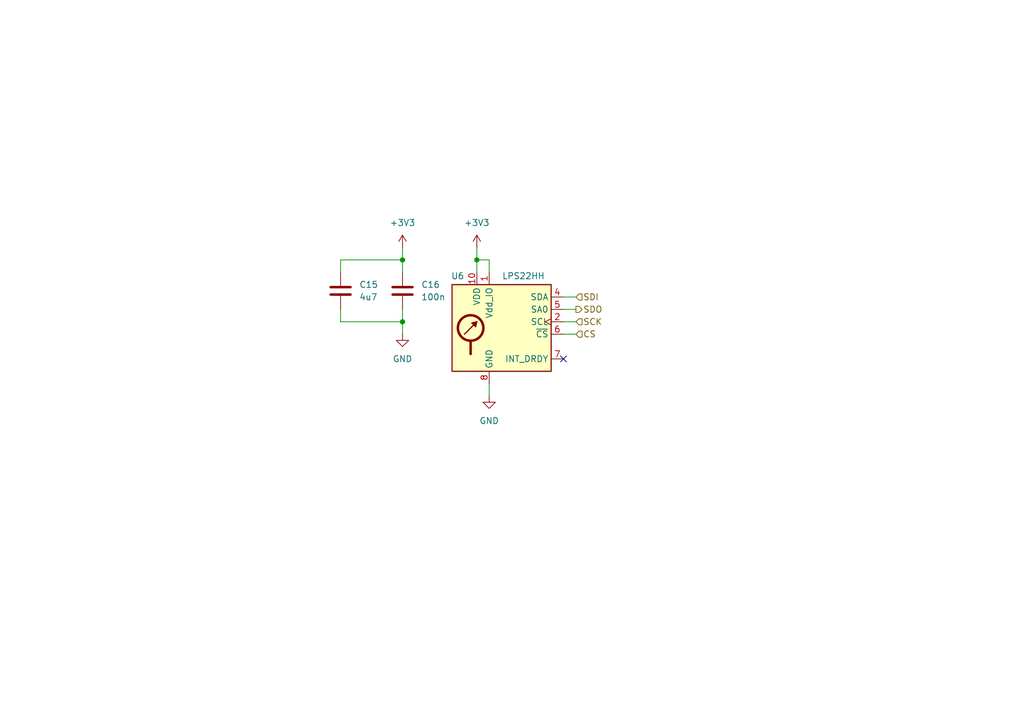
<source format=kicad_sch>
(kicad_sch (version 20231120) (generator "eeschema") (generator_version "8.0")
  (paper "A5")
  (lib_symbols
    (symbol "Device:C" (pin_numbers hide) (pin_names (offset 0.254))
      (property "Reference" "C" (at 0.635 2.54 0))
      (property "Value" "C" (at 0.635 -2.54 0))
      (symbol "C_0_1"
        (polyline (pts (xy -2.032 -0.762) (xy 2.032 -0.762)) (stroke (width 0.508)))
        (polyline (pts (xy -2.032 0.762) (xy 2.032 0.762)) (stroke (width 0.508)))
      )
      (symbol "C_1_1"
        (pin passive line (at 0 3.81 270) (length 2.794) (name "~") (number "1"))
        (pin passive line (at 0 -3.81 90) (length 2.794) (name "~") (number "2"))
      )
    )
    (symbol "Sensor_Pressure:LPS22HH"
      (property "Reference" "U" (at -11.43 1.27 0))
      (property "Value" "LPS22HH" (at -11.43 -1.27 0))
      (symbol "LPS22HH_0_1"
        (rectangle (start -10.16 10.16) (end 10.16 -7.62) (stroke (width 0.254)) (fill (type background)))
        (circle (center -6.35 1.27) (radius 2.6162) (stroke (width 0.508)))
        (polyline (pts (xy -7.62 0) (xy -5.08 2.54)) (stroke (width 0.254)))
        (polyline (pts (xy -6.35 -1.524) (xy -6.35 -4.064)) (stroke (width 0.508)))
        (polyline (pts (xy -5.08 2.54) (xy -5.334 1.524) (xy -6.096 2.286) (xy -5.08 2.54)) (stroke (width 0.254)) (fill (type outline)))
      )
      (symbol "LPS22HH_1_1"
        (pin power_in line (at -2.54 12.7 270) (length 2.54) (name "Vdd_IO") (number "1"))
        (pin power_in line (at -5.08 12.7 270) (length 2.54) (name "VDD") (number "10"))
        (pin input clock (at 12.7 2.54 180) (length 2.54) (name "SCL") (number "2"))
        (pin passive line (at -2.54 -10.16 90) (length 2.54) hide (name "GND") (number "3"))
        (pin bidirectional line (at 12.7 7.62 180) (length 2.54) (name "SDA") (number "4"))
        (pin input line (at 12.7 5.08 180) (length 2.54) (name "SA0") (number "5"))
        (pin input line (at 12.7 0 180) (length 2.54) (name "~{CS}") (number "6"))
        (pin output line (at 12.7 -5.08 180) (length 2.54) (name "INT_DRDY") (number "7"))
        (pin power_in line (at -2.54 -10.16 90) (length 2.54) (name "GND") (number "8"))
        (pin passive line (at -2.54 -10.16 90) (length 2.54) hide (name "GND") (number "9"))
      )
    )
    (symbol "power:+3V3" (power) (pin_numbers hide) (pin_names (offset 0) hide)
      (property "Value" "+3V3" (at 0 3.556 0))
      (symbol "+3V3_0_1"
        (polyline (pts (xy -0.762 1.27) (xy 0 2.54)))
        (polyline (pts (xy 0 0) (xy 0 2.54)))
        (polyline (pts (xy 0 2.54) (xy 0.762 1.27)))
      )
      (symbol "+3V3_1_1"
        (pin power_in line (at 0 0 90) (length 0) (name "~") (number "1"))
      )
    )
    (symbol "power:GND" (power) (pin_numbers hide) (pin_names (offset 0) hide)
      (property "Value" "GND" (at 0 -3.81 0))
      (symbol "GND_0_1"
        (polyline (pts (xy 0 0) (xy 0 -1.27) (xy 1.27 -1.27) (xy 0 -2.54) (xy -1.27 -1.27) (xy 0 -1.27)))
      )
      (symbol "GND_1_1"
        (pin power_in line (at 0 0 270) (length 0) (name "~") (number "1"))
      )
    )
  )
  (junction (at 82.55 66.04))
  (junction (at 82.55 53.34))
  (junction (at 97.79 53.34))
  (no_connect (at 115.57 73.66))
  (wire (pts (xy 69.85 66.04) (xy 69.85 63.5)))
  (wire (pts (xy 82.55 66.04) (xy 82.55 68.58)))
  (wire (pts (xy 97.79 53.34) (xy 100.33 53.34)))
  (wire (pts (xy 69.85 53.34) (xy 69.85 55.88)))
  (wire (pts (xy 82.55 66.04) (xy 69.85 66.04)))
  (wire (pts (xy 115.57 63.5) (xy 118.11 63.5)))
  (wire (pts (xy 115.57 60.96) (xy 118.11 60.96)))
  (wire (pts (xy 115.57 66.04) (xy 118.11 66.04)))
  (wire (pts (xy 82.55 53.34) (xy 82.55 55.88)))
  (wire (pts (xy 97.79 50.8) (xy 97.79 53.34)))
  (wire (pts (xy 82.55 63.5) (xy 82.55 66.04)))
  (wire (pts (xy 82.55 53.34) (xy 69.85 53.34)))
  (wire (pts (xy 82.55 50.8) (xy 82.55 53.34)))
  (wire (pts (xy 100.33 53.34) (xy 100.33 55.88)))
  (wire (pts (xy 115.57 68.58) (xy 118.11 68.58)))
  (wire (pts (xy 97.79 53.34) (xy 97.79 55.88)))
  (wire (pts (xy 100.33 78.74) (xy 100.33 81.28)))
  (hierarchical_label "SCK" (shape input) (at 118.11 66.04 0))
  (hierarchical_label "SDI" (shape input) (at 118.11 60.96 0))
  (hierarchical_label "SDO" (shape output) (at 118.11 63.5 0))
  (hierarchical_label "CS" (shape input) (at 118.11 68.58 0))
  (symbol (lib_id "power:+3V3") (at 82.55 50.8 0) (unit 1)
    (property "Reference" "#PWR031" (effects (hide yes)))
    (property "Value" "+3V3" (at 82.55 45.72 0))
    (property "Description" "Power symbol creates a global label with name \"+3V3\"" (effects (hide yes)))
    (instances (project "probe-board" (path "" (reference "#PWR031") (unit 1)) (path "" (reference "#PWR039") (unit 1)) (path "" (reference "#PWR023") (unit 1)) (path "" (reference "#PWR043") (unit 1)) (path "" (reference "#PWR035") (unit 1)) (path "" (reference "#PWR059") (unit 1)) (path "" (reference "#PWR055") (unit 1)) (path "" (reference "#PWR027") (unit 1))))
  )
  (symbol (lib_id "Device:C") (at 69.85 59.69 0) (unit 1)
    (property "Reference" "C15" (at 73.66 58.4199 0) (effects (justify left)))
    (property "Value" "4u7" (at 73.66 60.9599 0) (effects (justify left)))
    (property "Footprint" "Capacitor_SMD:C_0402_1005Metric" (effects (hide yes)))
    (property "Description" "Unpolarized capacitor" (effects (hide yes)))
    (property "LCSC" "C23733" (effects (hide yes)))
    (instances (project "probe-board" (path "" (reference "C15") (unit 1)) (path "" (reference "C19") (unit 1)) (path "" (reference "C11") (unit 1)) (path "" (reference "C21") (unit 1)) (path "" (reference "C17") (unit 1)) (path "" (reference "C29") (unit 1)) (path "" (reference "C27") (unit 1)) (path "" (reference "C13") (unit 1))))
  )
  (symbol (lib_id "power:GND") (at 100.33 81.28 0) (unit 1)
    (property "Reference" "#PWR034" (effects (hide yes)))
    (property "Value" "GND" (at 100.33 86.36 0))
    (property "Description" "Power symbol creates a global label with name \"GND\" , ground" (effects (hide yes)))
    (instances (project "probe-board" (path "" (reference "#PWR034") (unit 1)) (path "" (reference "#PWR042") (unit 1)) (path "" (reference "#PWR026") (unit 1)) (path "" (reference "#PWR046") (unit 1)) (path "" (reference "#PWR038") (unit 1)) (path "" (reference "#PWR062") (unit 1)) (path "" (reference "#PWR058") (unit 1)) (path "" (reference "#PWR030") (unit 1))))
  )
  (symbol (lib_id "power:GND") (at 82.55 68.58 0) (unit 1)
    (property "Reference" "#PWR032" (effects (hide yes)))
    (property "Value" "GND" (at 82.55 73.66 0))
    (property "Description" "Power symbol creates a global label with name \"GND\" , ground" (effects (hide yes)))
    (instances (project "probe-board" (path "" (reference "#PWR032") (unit 1)) (path "" (reference "#PWR040") (unit 1)) (path "" (reference "#PWR024") (unit 1)) (path "" (reference "#PWR044") (unit 1)) (path "" (reference "#PWR036") (unit 1)) (path "" (reference "#PWR060") (unit 1)) (path "" (reference "#PWR056") (unit 1)) (path "" (reference "#PWR028") (unit 1))))
  )
  (symbol (lib_id "power:+3V3") (at 97.79 50.8 0) (unit 1)
    (property "Reference" "#PWR033" (effects (hide yes)))
    (property "Value" "+3V3" (at 97.79 45.72 0))
    (property "Description" "Power symbol creates a global label with name \"+3V3\"" (effects (hide yes)))
    (instances (project "probe-board" (path "" (reference "#PWR033") (unit 1)) (path "" (reference "#PWR041") (unit 1)) (path "" (reference "#PWR025") (unit 1)) (path "" (reference "#PWR045") (unit 1)) (path "" (reference "#PWR037") (unit 1)) (path "" (reference "#PWR061") (unit 1)) (path "" (reference "#PWR057") (unit 1)) (path "" (reference "#PWR029") (unit 1))))
  )
  (symbol (lib_id "Device:C") (at 82.55 59.69 0) (unit 1)
    (property "Reference" "C16" (at 86.36 58.4199 0) (effects (justify left)))
    (property "Value" "100n" (at 86.36 60.9599 0) (effects (justify left)))
    (property "Footprint" "Capacitor_SMD:C_0402_1005Metric" (effects (hide yes)))
    (property "Description" "Unpolarized capacitor" (effects (hide yes)))
    (property "LCSC" "C1525" (effects (hide yes)))
    (instances (project "probe-board" (path "" (reference "C16") (unit 1)) (path "" (reference "C20") (unit 1)) (path "" (reference "C12") (unit 1)) (path "" (reference "C22") (unit 1)) (path "" (reference "C18") (unit 1)) (path "" (reference "C30") (unit 1)) (path "" (reference "C28") (unit 1)) (path "" (reference "C14") (unit 1))))
  )
  (symbol (lib_id "Sensor_Pressure:LPS22HH") (at 102.87 68.58 0) (unit 1)
    (property "Reference" "U6" (at 95.25 56.642 0) (effects (justify right)))
    (property "Value" "LPS22HH" (at 111.76 56.642 0) (effects (justify right)))
    (property "Footprint" "Package_LGA:ST_HLGA-10_2x2mm_P0.5mm_LayoutBorder3x2y" (effects (hide yes)))
    (property "Datasheet" "https://www.st.com/resource/en/datasheet/lps22hh.pdf" (effects (hide yes)))
    (property "Description" "MEMS nano pressure sensor, 260-1260 hPa, absolute digital output baromeeter, 24 bit, SPI, I2C, I3C, 0.65 Pa noise rms, ST_HLGA-10L" (effects (hide yes)))
    (property "LCSC" "C2827824" (effects (hide yes)))
    (instances (project "probe-board" (path "" (reference "U6") (unit 1)) (path "" (reference "U8") (unit 1)) (path "" (reference "U4") (unit 1)) (path "" (reference "U9") (unit 1)) (path "" (reference "U7") (unit 1)) (path "" (reference "U13") (unit 1)) (path "" (reference "U12") (unit 1)) (path "" (reference "U5") (unit 1))))
  )
)
</source>
